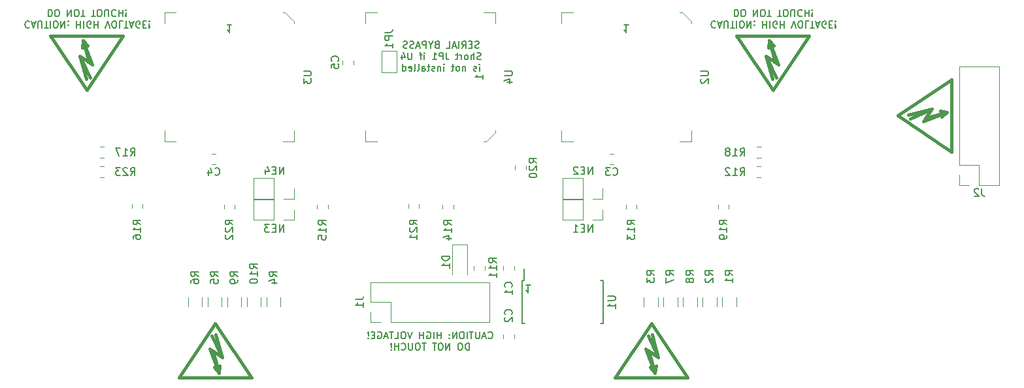
<source format=gbr>
G04 #@! TF.GenerationSoftware,KiCad,Pcbnew,(5.1.0-0)*
G04 #@! TF.CreationDate,2019-05-10T01:21:28-05:00*
G04 #@! TF.ProjectId,IN-16,494e2d31-362e-46b6-9963-61645f706362,rev?*
G04 #@! TF.SameCoordinates,Original*
G04 #@! TF.FileFunction,Legend,Bot*
G04 #@! TF.FilePolarity,Positive*
%FSLAX46Y46*%
G04 Gerber Fmt 4.6, Leading zero omitted, Abs format (unit mm)*
G04 Created by KiCad (PCBNEW (5.1.0-0)) date 2019-05-10 01:21:28*
%MOMM*%
%LPD*%
G04 APERTURE LIST*
%ADD10C,0.152400*%
%ADD11C,0.150000*%
%ADD12C,0.381000*%
%ADD13C,0.120000*%
G04 APERTURE END LIST*
D10*
X155028900Y-82541533D02*
X154901900Y-82583866D01*
X154690233Y-82583866D01*
X154605566Y-82541533D01*
X154563233Y-82499200D01*
X154520900Y-82414533D01*
X154520900Y-82329866D01*
X154563233Y-82245200D01*
X154605566Y-82202866D01*
X154690233Y-82160533D01*
X154859566Y-82118200D01*
X154944233Y-82075866D01*
X154986566Y-82033533D01*
X155028900Y-81948866D01*
X155028900Y-81864200D01*
X154986566Y-81779533D01*
X154944233Y-81737200D01*
X154859566Y-81694866D01*
X154647900Y-81694866D01*
X154520900Y-81737200D01*
X154139900Y-82118200D02*
X153843566Y-82118200D01*
X153716566Y-82583866D02*
X154139900Y-82583866D01*
X154139900Y-81694866D01*
X153716566Y-81694866D01*
X152827566Y-82583866D02*
X153123900Y-82160533D01*
X153335566Y-82583866D02*
X153335566Y-81694866D01*
X152996900Y-81694866D01*
X152912233Y-81737200D01*
X152869900Y-81779533D01*
X152827566Y-81864200D01*
X152827566Y-81991200D01*
X152869900Y-82075866D01*
X152912233Y-82118200D01*
X152996900Y-82160533D01*
X153335566Y-82160533D01*
X152446566Y-82583866D02*
X152446566Y-81694866D01*
X152065566Y-82329866D02*
X151642233Y-82329866D01*
X152150233Y-82583866D02*
X151853900Y-81694866D01*
X151557566Y-82583866D01*
X150837900Y-82583866D02*
X151261233Y-82583866D01*
X151261233Y-81694866D01*
X149567900Y-82118200D02*
X149440900Y-82160533D01*
X149398566Y-82202866D01*
X149356233Y-82287533D01*
X149356233Y-82414533D01*
X149398566Y-82499200D01*
X149440900Y-82541533D01*
X149525566Y-82583866D01*
X149864233Y-82583866D01*
X149864233Y-81694866D01*
X149567900Y-81694866D01*
X149483233Y-81737200D01*
X149440900Y-81779533D01*
X149398566Y-81864200D01*
X149398566Y-81948866D01*
X149440900Y-82033533D01*
X149483233Y-82075866D01*
X149567900Y-82118200D01*
X149864233Y-82118200D01*
X148805900Y-82160533D02*
X148805900Y-82583866D01*
X149102233Y-81694866D02*
X148805900Y-82160533D01*
X148509566Y-81694866D01*
X148213233Y-82583866D02*
X148213233Y-81694866D01*
X147874566Y-81694866D01*
X147789900Y-81737200D01*
X147747566Y-81779533D01*
X147705233Y-81864200D01*
X147705233Y-81991200D01*
X147747566Y-82075866D01*
X147789900Y-82118200D01*
X147874566Y-82160533D01*
X148213233Y-82160533D01*
X147366566Y-82329866D02*
X146943233Y-82329866D01*
X147451233Y-82583866D02*
X147154900Y-81694866D01*
X146858566Y-82583866D01*
X146604566Y-82541533D02*
X146477566Y-82583866D01*
X146265900Y-82583866D01*
X146181233Y-82541533D01*
X146138900Y-82499200D01*
X146096566Y-82414533D01*
X146096566Y-82329866D01*
X146138900Y-82245200D01*
X146181233Y-82202866D01*
X146265900Y-82160533D01*
X146435233Y-82118200D01*
X146519900Y-82075866D01*
X146562233Y-82033533D01*
X146604566Y-81948866D01*
X146604566Y-81864200D01*
X146562233Y-81779533D01*
X146519900Y-81737200D01*
X146435233Y-81694866D01*
X146223566Y-81694866D01*
X146096566Y-81737200D01*
X145757900Y-82541533D02*
X145630900Y-82583866D01*
X145419233Y-82583866D01*
X145334566Y-82541533D01*
X145292233Y-82499200D01*
X145249900Y-82414533D01*
X145249900Y-82329866D01*
X145292233Y-82245200D01*
X145334566Y-82202866D01*
X145419233Y-82160533D01*
X145588566Y-82118200D01*
X145673233Y-82075866D01*
X145715566Y-82033533D01*
X145757900Y-81948866D01*
X145757900Y-81864200D01*
X145715566Y-81779533D01*
X145673233Y-81737200D01*
X145588566Y-81694866D01*
X145376900Y-81694866D01*
X145249900Y-81737200D01*
X155304066Y-84027433D02*
X155177066Y-84069766D01*
X154965400Y-84069766D01*
X154880733Y-84027433D01*
X154838400Y-83985100D01*
X154796066Y-83900433D01*
X154796066Y-83815766D01*
X154838400Y-83731100D01*
X154880733Y-83688766D01*
X154965400Y-83646433D01*
X155134733Y-83604100D01*
X155219400Y-83561766D01*
X155261733Y-83519433D01*
X155304066Y-83434766D01*
X155304066Y-83350100D01*
X155261733Y-83265433D01*
X155219400Y-83223100D01*
X155134733Y-83180766D01*
X154923066Y-83180766D01*
X154796066Y-83223100D01*
X154415066Y-84069766D02*
X154415066Y-83180766D01*
X154034066Y-84069766D02*
X154034066Y-83604100D01*
X154076400Y-83519433D01*
X154161066Y-83477100D01*
X154288066Y-83477100D01*
X154372733Y-83519433D01*
X154415066Y-83561766D01*
X153483733Y-84069766D02*
X153568400Y-84027433D01*
X153610733Y-83985100D01*
X153653066Y-83900433D01*
X153653066Y-83646433D01*
X153610733Y-83561766D01*
X153568400Y-83519433D01*
X153483733Y-83477100D01*
X153356733Y-83477100D01*
X153272066Y-83519433D01*
X153229733Y-83561766D01*
X153187400Y-83646433D01*
X153187400Y-83900433D01*
X153229733Y-83985100D01*
X153272066Y-84027433D01*
X153356733Y-84069766D01*
X153483733Y-84069766D01*
X152806400Y-84069766D02*
X152806400Y-83477100D01*
X152806400Y-83646433D02*
X152764066Y-83561766D01*
X152721733Y-83519433D01*
X152637066Y-83477100D01*
X152552400Y-83477100D01*
X152383066Y-83477100D02*
X152044400Y-83477100D01*
X152256066Y-83180766D02*
X152256066Y-83942766D01*
X152213733Y-84027433D01*
X152129066Y-84069766D01*
X152044400Y-84069766D01*
X150816733Y-83180766D02*
X150816733Y-83815766D01*
X150859066Y-83942766D01*
X150943733Y-84027433D01*
X151070733Y-84069766D01*
X151155400Y-84069766D01*
X150393400Y-84069766D02*
X150393400Y-83180766D01*
X150054733Y-83180766D01*
X149970066Y-83223100D01*
X149927733Y-83265433D01*
X149885400Y-83350100D01*
X149885400Y-83477100D01*
X149927733Y-83561766D01*
X149970066Y-83604100D01*
X150054733Y-83646433D01*
X150393400Y-83646433D01*
X149038733Y-84069766D02*
X149546733Y-84069766D01*
X149292733Y-84069766D02*
X149292733Y-83180766D01*
X149377400Y-83307766D01*
X149462066Y-83392433D01*
X149546733Y-83434766D01*
X147980400Y-84069766D02*
X147980400Y-83477100D01*
X147980400Y-83180766D02*
X148022733Y-83223100D01*
X147980400Y-83265433D01*
X147938066Y-83223100D01*
X147980400Y-83180766D01*
X147980400Y-83265433D01*
X147684066Y-83477100D02*
X147345400Y-83477100D01*
X147557066Y-84069766D02*
X147557066Y-83307766D01*
X147514733Y-83223100D01*
X147430066Y-83180766D01*
X147345400Y-83180766D01*
X146371733Y-83180766D02*
X146371733Y-83900433D01*
X146329400Y-83985100D01*
X146287066Y-84027433D01*
X146202400Y-84069766D01*
X146033066Y-84069766D01*
X145948400Y-84027433D01*
X145906066Y-83985100D01*
X145863733Y-83900433D01*
X145863733Y-83180766D01*
X145059400Y-83477100D02*
X145059400Y-84069766D01*
X145271066Y-83138433D02*
X145482733Y-83773433D01*
X144932400Y-83773433D01*
X155113566Y-85555666D02*
X155113566Y-84963000D01*
X155113566Y-84666666D02*
X155155900Y-84709000D01*
X155113566Y-84751333D01*
X155071233Y-84709000D01*
X155113566Y-84666666D01*
X155113566Y-84751333D01*
X154732566Y-85513333D02*
X154647900Y-85555666D01*
X154478566Y-85555666D01*
X154393900Y-85513333D01*
X154351566Y-85428666D01*
X154351566Y-85386333D01*
X154393900Y-85301666D01*
X154478566Y-85259333D01*
X154605566Y-85259333D01*
X154690233Y-85217000D01*
X154732566Y-85132333D01*
X154732566Y-85090000D01*
X154690233Y-85005333D01*
X154605566Y-84963000D01*
X154478566Y-84963000D01*
X154393900Y-85005333D01*
X153293233Y-84963000D02*
X153293233Y-85555666D01*
X153293233Y-85047666D02*
X153250900Y-85005333D01*
X153166233Y-84963000D01*
X153039233Y-84963000D01*
X152954566Y-85005333D01*
X152912233Y-85090000D01*
X152912233Y-85555666D01*
X152361900Y-85555666D02*
X152446566Y-85513333D01*
X152488900Y-85471000D01*
X152531233Y-85386333D01*
X152531233Y-85132333D01*
X152488900Y-85047666D01*
X152446566Y-85005333D01*
X152361900Y-84963000D01*
X152234900Y-84963000D01*
X152150233Y-85005333D01*
X152107900Y-85047666D01*
X152065566Y-85132333D01*
X152065566Y-85386333D01*
X152107900Y-85471000D01*
X152150233Y-85513333D01*
X152234900Y-85555666D01*
X152361900Y-85555666D01*
X151811566Y-84963000D02*
X151472900Y-84963000D01*
X151684566Y-84666666D02*
X151684566Y-85428666D01*
X151642233Y-85513333D01*
X151557566Y-85555666D01*
X151472900Y-85555666D01*
X150499233Y-85555666D02*
X150499233Y-84963000D01*
X150499233Y-84666666D02*
X150541566Y-84709000D01*
X150499233Y-84751333D01*
X150456900Y-84709000D01*
X150499233Y-84666666D01*
X150499233Y-84751333D01*
X150075900Y-84963000D02*
X150075900Y-85555666D01*
X150075900Y-85047666D02*
X150033566Y-85005333D01*
X149948900Y-84963000D01*
X149821900Y-84963000D01*
X149737233Y-85005333D01*
X149694900Y-85090000D01*
X149694900Y-85555666D01*
X149313900Y-85513333D02*
X149229233Y-85555666D01*
X149059900Y-85555666D01*
X148975233Y-85513333D01*
X148932900Y-85428666D01*
X148932900Y-85386333D01*
X148975233Y-85301666D01*
X149059900Y-85259333D01*
X149186900Y-85259333D01*
X149271566Y-85217000D01*
X149313900Y-85132333D01*
X149313900Y-85090000D01*
X149271566Y-85005333D01*
X149186900Y-84963000D01*
X149059900Y-84963000D01*
X148975233Y-85005333D01*
X148678900Y-84963000D02*
X148340233Y-84963000D01*
X148551900Y-84666666D02*
X148551900Y-85428666D01*
X148509566Y-85513333D01*
X148424900Y-85555666D01*
X148340233Y-85555666D01*
X147662900Y-85555666D02*
X147662900Y-85090000D01*
X147705233Y-85005333D01*
X147789900Y-84963000D01*
X147959233Y-84963000D01*
X148043900Y-85005333D01*
X147662900Y-85513333D02*
X147747566Y-85555666D01*
X147959233Y-85555666D01*
X148043900Y-85513333D01*
X148086233Y-85428666D01*
X148086233Y-85344000D01*
X148043900Y-85259333D01*
X147959233Y-85217000D01*
X147747566Y-85217000D01*
X147662900Y-85174666D01*
X147112566Y-85555666D02*
X147197233Y-85513333D01*
X147239566Y-85428666D01*
X147239566Y-84666666D01*
X146646900Y-85555666D02*
X146731566Y-85513333D01*
X146773900Y-85428666D01*
X146773900Y-84666666D01*
X145969566Y-85513333D02*
X146054233Y-85555666D01*
X146223566Y-85555666D01*
X146308233Y-85513333D01*
X146350566Y-85428666D01*
X146350566Y-85090000D01*
X146308233Y-85005333D01*
X146223566Y-84963000D01*
X146054233Y-84963000D01*
X145969566Y-85005333D01*
X145927233Y-85090000D01*
X145927233Y-85174666D01*
X146350566Y-85259333D01*
X145165233Y-85555666D02*
X145165233Y-84666666D01*
X145165233Y-85513333D02*
X145249900Y-85555666D01*
X145419233Y-85555666D01*
X145503900Y-85513333D01*
X145546233Y-85471000D01*
X145588566Y-85386333D01*
X145588566Y-85132333D01*
X145546233Y-85047666D01*
X145503900Y-85005333D01*
X145419233Y-84963000D01*
X145249900Y-84963000D01*
X145165233Y-85005333D01*
X96778233Y-79140050D02*
X96735900Y-79097716D01*
X96608900Y-79055383D01*
X96524233Y-79055383D01*
X96397233Y-79097716D01*
X96312566Y-79182383D01*
X96270233Y-79267050D01*
X96227900Y-79436383D01*
X96227900Y-79563383D01*
X96270233Y-79732716D01*
X96312566Y-79817383D01*
X96397233Y-79902050D01*
X96524233Y-79944383D01*
X96608900Y-79944383D01*
X96735900Y-79902050D01*
X96778233Y-79859716D01*
X97116900Y-79309383D02*
X97540233Y-79309383D01*
X97032233Y-79055383D02*
X97328566Y-79944383D01*
X97624900Y-79055383D01*
X97921233Y-79944383D02*
X97921233Y-79224716D01*
X97963566Y-79140050D01*
X98005900Y-79097716D01*
X98090566Y-79055383D01*
X98259900Y-79055383D01*
X98344566Y-79097716D01*
X98386900Y-79140050D01*
X98429233Y-79224716D01*
X98429233Y-79944383D01*
X98725566Y-79944383D02*
X99233566Y-79944383D01*
X98979566Y-79055383D02*
X98979566Y-79944383D01*
X99529900Y-79055383D02*
X99529900Y-79944383D01*
X100122566Y-79944383D02*
X100291900Y-79944383D01*
X100376566Y-79902050D01*
X100461233Y-79817383D01*
X100503566Y-79648050D01*
X100503566Y-79351716D01*
X100461233Y-79182383D01*
X100376566Y-79097716D01*
X100291900Y-79055383D01*
X100122566Y-79055383D01*
X100037900Y-79097716D01*
X99953233Y-79182383D01*
X99910900Y-79351716D01*
X99910900Y-79648050D01*
X99953233Y-79817383D01*
X100037900Y-79902050D01*
X100122566Y-79944383D01*
X100884566Y-79055383D02*
X100884566Y-79944383D01*
X101392566Y-79055383D01*
X101392566Y-79944383D01*
X101815900Y-79140050D02*
X101858233Y-79097716D01*
X101815900Y-79055383D01*
X101773566Y-79097716D01*
X101815900Y-79140050D01*
X101815900Y-79055383D01*
X101815900Y-79605716D02*
X101858233Y-79563383D01*
X101815900Y-79521050D01*
X101773566Y-79563383D01*
X101815900Y-79605716D01*
X101815900Y-79521050D01*
X102916566Y-79055383D02*
X102916566Y-79944383D01*
X102916566Y-79521050D02*
X103424566Y-79521050D01*
X103424566Y-79055383D02*
X103424566Y-79944383D01*
X103847900Y-79055383D02*
X103847900Y-79944383D01*
X104736900Y-79902050D02*
X104652233Y-79944383D01*
X104525233Y-79944383D01*
X104398233Y-79902050D01*
X104313566Y-79817383D01*
X104271233Y-79732716D01*
X104228900Y-79563383D01*
X104228900Y-79436383D01*
X104271233Y-79267050D01*
X104313566Y-79182383D01*
X104398233Y-79097716D01*
X104525233Y-79055383D01*
X104609900Y-79055383D01*
X104736900Y-79097716D01*
X104779233Y-79140050D01*
X104779233Y-79436383D01*
X104609900Y-79436383D01*
X105160233Y-79055383D02*
X105160233Y-79944383D01*
X105160233Y-79521050D02*
X105668233Y-79521050D01*
X105668233Y-79055383D02*
X105668233Y-79944383D01*
X106641900Y-79944383D02*
X106938233Y-79055383D01*
X107234566Y-79944383D01*
X107700233Y-79944383D02*
X107869566Y-79944383D01*
X107954233Y-79902050D01*
X108038900Y-79817383D01*
X108081233Y-79648050D01*
X108081233Y-79351716D01*
X108038900Y-79182383D01*
X107954233Y-79097716D01*
X107869566Y-79055383D01*
X107700233Y-79055383D01*
X107615566Y-79097716D01*
X107530900Y-79182383D01*
X107488566Y-79351716D01*
X107488566Y-79648050D01*
X107530900Y-79817383D01*
X107615566Y-79902050D01*
X107700233Y-79944383D01*
X108885566Y-79055383D02*
X108462233Y-79055383D01*
X108462233Y-79944383D01*
X109054900Y-79944383D02*
X109562900Y-79944383D01*
X109308900Y-79055383D02*
X109308900Y-79944383D01*
X109816900Y-79309383D02*
X110240233Y-79309383D01*
X109732233Y-79055383D02*
X110028566Y-79944383D01*
X110324900Y-79055383D01*
X111086900Y-79902050D02*
X111002233Y-79944383D01*
X110875233Y-79944383D01*
X110748233Y-79902050D01*
X110663566Y-79817383D01*
X110621233Y-79732716D01*
X110578900Y-79563383D01*
X110578900Y-79436383D01*
X110621233Y-79267050D01*
X110663566Y-79182383D01*
X110748233Y-79097716D01*
X110875233Y-79055383D01*
X110959900Y-79055383D01*
X111086900Y-79097716D01*
X111129233Y-79140050D01*
X111129233Y-79436383D01*
X110959900Y-79436383D01*
X111510233Y-79521050D02*
X111806566Y-79521050D01*
X111933566Y-79055383D02*
X111510233Y-79055383D01*
X111510233Y-79944383D01*
X111933566Y-79944383D01*
X112314566Y-79140050D02*
X112356900Y-79097716D01*
X112314566Y-79055383D01*
X112272233Y-79097716D01*
X112314566Y-79140050D01*
X112314566Y-79055383D01*
X112314566Y-79394050D02*
X112272233Y-79902050D01*
X112314566Y-79944383D01*
X112356900Y-79902050D01*
X112314566Y-79394050D01*
X112314566Y-79944383D01*
X99254733Y-77569483D02*
X99254733Y-78458483D01*
X99466400Y-78458483D01*
X99593400Y-78416150D01*
X99678066Y-78331483D01*
X99720400Y-78246816D01*
X99762733Y-78077483D01*
X99762733Y-77950483D01*
X99720400Y-77781150D01*
X99678066Y-77696483D01*
X99593400Y-77611816D01*
X99466400Y-77569483D01*
X99254733Y-77569483D01*
X100313066Y-78458483D02*
X100482400Y-78458483D01*
X100567066Y-78416150D01*
X100651733Y-78331483D01*
X100694066Y-78162150D01*
X100694066Y-77865816D01*
X100651733Y-77696483D01*
X100567066Y-77611816D01*
X100482400Y-77569483D01*
X100313066Y-77569483D01*
X100228400Y-77611816D01*
X100143733Y-77696483D01*
X100101400Y-77865816D01*
X100101400Y-78162150D01*
X100143733Y-78331483D01*
X100228400Y-78416150D01*
X100313066Y-78458483D01*
X101752400Y-77569483D02*
X101752400Y-78458483D01*
X102260400Y-77569483D01*
X102260400Y-78458483D01*
X102853066Y-78458483D02*
X103022400Y-78458483D01*
X103107066Y-78416150D01*
X103191733Y-78331483D01*
X103234066Y-78162150D01*
X103234066Y-77865816D01*
X103191733Y-77696483D01*
X103107066Y-77611816D01*
X103022400Y-77569483D01*
X102853066Y-77569483D01*
X102768400Y-77611816D01*
X102683733Y-77696483D01*
X102641400Y-77865816D01*
X102641400Y-78162150D01*
X102683733Y-78331483D01*
X102768400Y-78416150D01*
X102853066Y-78458483D01*
X103488066Y-78458483D02*
X103996066Y-78458483D01*
X103742066Y-77569483D02*
X103742066Y-78458483D01*
X104842733Y-78458483D02*
X105350733Y-78458483D01*
X105096733Y-77569483D02*
X105096733Y-78458483D01*
X105816400Y-78458483D02*
X105985733Y-78458483D01*
X106070400Y-78416150D01*
X106155066Y-78331483D01*
X106197400Y-78162150D01*
X106197400Y-77865816D01*
X106155066Y-77696483D01*
X106070400Y-77611816D01*
X105985733Y-77569483D01*
X105816400Y-77569483D01*
X105731733Y-77611816D01*
X105647066Y-77696483D01*
X105604733Y-77865816D01*
X105604733Y-78162150D01*
X105647066Y-78331483D01*
X105731733Y-78416150D01*
X105816400Y-78458483D01*
X106578400Y-78458483D02*
X106578400Y-77738816D01*
X106620733Y-77654150D01*
X106663066Y-77611816D01*
X106747733Y-77569483D01*
X106917066Y-77569483D01*
X107001733Y-77611816D01*
X107044066Y-77654150D01*
X107086400Y-77738816D01*
X107086400Y-78458483D01*
X108017733Y-77654150D02*
X107975400Y-77611816D01*
X107848400Y-77569483D01*
X107763733Y-77569483D01*
X107636733Y-77611816D01*
X107552066Y-77696483D01*
X107509733Y-77781150D01*
X107467400Y-77950483D01*
X107467400Y-78077483D01*
X107509733Y-78246816D01*
X107552066Y-78331483D01*
X107636733Y-78416150D01*
X107763733Y-78458483D01*
X107848400Y-78458483D01*
X107975400Y-78416150D01*
X108017733Y-78373816D01*
X108398733Y-77569483D02*
X108398733Y-78458483D01*
X108398733Y-78035150D02*
X108906733Y-78035150D01*
X108906733Y-77569483D02*
X108906733Y-78458483D01*
X109330066Y-77654150D02*
X109372400Y-77611816D01*
X109330066Y-77569483D01*
X109287733Y-77611816D01*
X109330066Y-77654150D01*
X109330066Y-77569483D01*
X109330066Y-77908150D02*
X109287733Y-78416150D01*
X109330066Y-78458483D01*
X109372400Y-78416150D01*
X109330066Y-77908150D01*
X109330066Y-78458483D01*
D11*
X155544780Y-86620314D02*
X155544780Y-86048885D01*
X155544780Y-86334600D02*
X154544780Y-86334600D01*
X154687638Y-86239361D01*
X154782876Y-86144123D01*
X154830495Y-86048885D01*
D10*
X185678233Y-79140050D02*
X185635900Y-79097716D01*
X185508900Y-79055383D01*
X185424233Y-79055383D01*
X185297233Y-79097716D01*
X185212566Y-79182383D01*
X185170233Y-79267050D01*
X185127900Y-79436383D01*
X185127900Y-79563383D01*
X185170233Y-79732716D01*
X185212566Y-79817383D01*
X185297233Y-79902050D01*
X185424233Y-79944383D01*
X185508900Y-79944383D01*
X185635900Y-79902050D01*
X185678233Y-79859716D01*
X186016900Y-79309383D02*
X186440233Y-79309383D01*
X185932233Y-79055383D02*
X186228566Y-79944383D01*
X186524900Y-79055383D01*
X186821233Y-79944383D02*
X186821233Y-79224716D01*
X186863566Y-79140050D01*
X186905900Y-79097716D01*
X186990566Y-79055383D01*
X187159900Y-79055383D01*
X187244566Y-79097716D01*
X187286900Y-79140050D01*
X187329233Y-79224716D01*
X187329233Y-79944383D01*
X187625566Y-79944383D02*
X188133566Y-79944383D01*
X187879566Y-79055383D02*
X187879566Y-79944383D01*
X188429900Y-79055383D02*
X188429900Y-79944383D01*
X189022566Y-79944383D02*
X189191900Y-79944383D01*
X189276566Y-79902050D01*
X189361233Y-79817383D01*
X189403566Y-79648050D01*
X189403566Y-79351716D01*
X189361233Y-79182383D01*
X189276566Y-79097716D01*
X189191900Y-79055383D01*
X189022566Y-79055383D01*
X188937900Y-79097716D01*
X188853233Y-79182383D01*
X188810900Y-79351716D01*
X188810900Y-79648050D01*
X188853233Y-79817383D01*
X188937900Y-79902050D01*
X189022566Y-79944383D01*
X189784566Y-79055383D02*
X189784566Y-79944383D01*
X190292566Y-79055383D01*
X190292566Y-79944383D01*
X190715900Y-79140050D02*
X190758233Y-79097716D01*
X190715900Y-79055383D01*
X190673566Y-79097716D01*
X190715900Y-79140050D01*
X190715900Y-79055383D01*
X190715900Y-79605716D02*
X190758233Y-79563383D01*
X190715900Y-79521050D01*
X190673566Y-79563383D01*
X190715900Y-79605716D01*
X190715900Y-79521050D01*
X191816566Y-79055383D02*
X191816566Y-79944383D01*
X191816566Y-79521050D02*
X192324566Y-79521050D01*
X192324566Y-79055383D02*
X192324566Y-79944383D01*
X192747900Y-79055383D02*
X192747900Y-79944383D01*
X193636900Y-79902050D02*
X193552233Y-79944383D01*
X193425233Y-79944383D01*
X193298233Y-79902050D01*
X193213566Y-79817383D01*
X193171233Y-79732716D01*
X193128900Y-79563383D01*
X193128900Y-79436383D01*
X193171233Y-79267050D01*
X193213566Y-79182383D01*
X193298233Y-79097716D01*
X193425233Y-79055383D01*
X193509900Y-79055383D01*
X193636900Y-79097716D01*
X193679233Y-79140050D01*
X193679233Y-79436383D01*
X193509900Y-79436383D01*
X194060233Y-79055383D02*
X194060233Y-79944383D01*
X194060233Y-79521050D02*
X194568233Y-79521050D01*
X194568233Y-79055383D02*
X194568233Y-79944383D01*
X195541900Y-79944383D02*
X195838233Y-79055383D01*
X196134566Y-79944383D01*
X196600233Y-79944383D02*
X196769566Y-79944383D01*
X196854233Y-79902050D01*
X196938900Y-79817383D01*
X196981233Y-79648050D01*
X196981233Y-79351716D01*
X196938900Y-79182383D01*
X196854233Y-79097716D01*
X196769566Y-79055383D01*
X196600233Y-79055383D01*
X196515566Y-79097716D01*
X196430900Y-79182383D01*
X196388566Y-79351716D01*
X196388566Y-79648050D01*
X196430900Y-79817383D01*
X196515566Y-79902050D01*
X196600233Y-79944383D01*
X197785566Y-79055383D02*
X197362233Y-79055383D01*
X197362233Y-79944383D01*
X197954900Y-79944383D02*
X198462900Y-79944383D01*
X198208900Y-79055383D02*
X198208900Y-79944383D01*
X198716900Y-79309383D02*
X199140233Y-79309383D01*
X198632233Y-79055383D02*
X198928566Y-79944383D01*
X199224900Y-79055383D01*
X199986900Y-79902050D02*
X199902233Y-79944383D01*
X199775233Y-79944383D01*
X199648233Y-79902050D01*
X199563566Y-79817383D01*
X199521233Y-79732716D01*
X199478900Y-79563383D01*
X199478900Y-79436383D01*
X199521233Y-79267050D01*
X199563566Y-79182383D01*
X199648233Y-79097716D01*
X199775233Y-79055383D01*
X199859900Y-79055383D01*
X199986900Y-79097716D01*
X200029233Y-79140050D01*
X200029233Y-79436383D01*
X199859900Y-79436383D01*
X200410233Y-79521050D02*
X200706566Y-79521050D01*
X200833566Y-79055383D02*
X200410233Y-79055383D01*
X200410233Y-79944383D01*
X200833566Y-79944383D01*
X201214566Y-79140050D02*
X201256900Y-79097716D01*
X201214566Y-79055383D01*
X201172233Y-79097716D01*
X201214566Y-79140050D01*
X201214566Y-79055383D01*
X201214566Y-79394050D02*
X201172233Y-79902050D01*
X201214566Y-79944383D01*
X201256900Y-79902050D01*
X201214566Y-79394050D01*
X201214566Y-79944383D01*
X188154733Y-77569483D02*
X188154733Y-78458483D01*
X188366400Y-78458483D01*
X188493400Y-78416150D01*
X188578066Y-78331483D01*
X188620400Y-78246816D01*
X188662733Y-78077483D01*
X188662733Y-77950483D01*
X188620400Y-77781150D01*
X188578066Y-77696483D01*
X188493400Y-77611816D01*
X188366400Y-77569483D01*
X188154733Y-77569483D01*
X189213066Y-78458483D02*
X189382400Y-78458483D01*
X189467066Y-78416150D01*
X189551733Y-78331483D01*
X189594066Y-78162150D01*
X189594066Y-77865816D01*
X189551733Y-77696483D01*
X189467066Y-77611816D01*
X189382400Y-77569483D01*
X189213066Y-77569483D01*
X189128400Y-77611816D01*
X189043733Y-77696483D01*
X189001400Y-77865816D01*
X189001400Y-78162150D01*
X189043733Y-78331483D01*
X189128400Y-78416150D01*
X189213066Y-78458483D01*
X190652400Y-77569483D02*
X190652400Y-78458483D01*
X191160400Y-77569483D01*
X191160400Y-78458483D01*
X191753066Y-78458483D02*
X191922400Y-78458483D01*
X192007066Y-78416150D01*
X192091733Y-78331483D01*
X192134066Y-78162150D01*
X192134066Y-77865816D01*
X192091733Y-77696483D01*
X192007066Y-77611816D01*
X191922400Y-77569483D01*
X191753066Y-77569483D01*
X191668400Y-77611816D01*
X191583733Y-77696483D01*
X191541400Y-77865816D01*
X191541400Y-78162150D01*
X191583733Y-78331483D01*
X191668400Y-78416150D01*
X191753066Y-78458483D01*
X192388066Y-78458483D02*
X192896066Y-78458483D01*
X192642066Y-77569483D02*
X192642066Y-78458483D01*
X193742733Y-78458483D02*
X194250733Y-78458483D01*
X193996733Y-77569483D02*
X193996733Y-78458483D01*
X194716400Y-78458483D02*
X194885733Y-78458483D01*
X194970400Y-78416150D01*
X195055066Y-78331483D01*
X195097400Y-78162150D01*
X195097400Y-77865816D01*
X195055066Y-77696483D01*
X194970400Y-77611816D01*
X194885733Y-77569483D01*
X194716400Y-77569483D01*
X194631733Y-77611816D01*
X194547066Y-77696483D01*
X194504733Y-77865816D01*
X194504733Y-78162150D01*
X194547066Y-78331483D01*
X194631733Y-78416150D01*
X194716400Y-78458483D01*
X195478400Y-78458483D02*
X195478400Y-77738816D01*
X195520733Y-77654150D01*
X195563066Y-77611816D01*
X195647733Y-77569483D01*
X195817066Y-77569483D01*
X195901733Y-77611816D01*
X195944066Y-77654150D01*
X195986400Y-77738816D01*
X195986400Y-78458483D01*
X196917733Y-77654150D02*
X196875400Y-77611816D01*
X196748400Y-77569483D01*
X196663733Y-77569483D01*
X196536733Y-77611816D01*
X196452066Y-77696483D01*
X196409733Y-77781150D01*
X196367400Y-77950483D01*
X196367400Y-78077483D01*
X196409733Y-78246816D01*
X196452066Y-78331483D01*
X196536733Y-78416150D01*
X196663733Y-78458483D01*
X196748400Y-78458483D01*
X196875400Y-78416150D01*
X196917733Y-78373816D01*
X197298733Y-77569483D02*
X197298733Y-78458483D01*
X197298733Y-78035150D02*
X197806733Y-78035150D01*
X197806733Y-77569483D02*
X197806733Y-78458483D01*
X198230066Y-77654150D02*
X198272400Y-77611816D01*
X198230066Y-77569483D01*
X198187733Y-77611816D01*
X198230066Y-77654150D01*
X198230066Y-77569483D01*
X198230066Y-77908150D02*
X198187733Y-78416150D01*
X198230066Y-78458483D01*
X198272400Y-78416150D01*
X198230066Y-77908150D01*
X198230066Y-78458483D01*
X156256566Y-120199150D02*
X156298900Y-120241483D01*
X156425900Y-120283816D01*
X156510566Y-120283816D01*
X156637566Y-120241483D01*
X156722233Y-120156816D01*
X156764566Y-120072150D01*
X156806900Y-119902816D01*
X156806900Y-119775816D01*
X156764566Y-119606483D01*
X156722233Y-119521816D01*
X156637566Y-119437150D01*
X156510566Y-119394816D01*
X156425900Y-119394816D01*
X156298900Y-119437150D01*
X156256566Y-119479483D01*
X155917900Y-120029816D02*
X155494566Y-120029816D01*
X156002566Y-120283816D02*
X155706233Y-119394816D01*
X155409900Y-120283816D01*
X155113566Y-119394816D02*
X155113566Y-120114483D01*
X155071233Y-120199150D01*
X155028900Y-120241483D01*
X154944233Y-120283816D01*
X154774900Y-120283816D01*
X154690233Y-120241483D01*
X154647900Y-120199150D01*
X154605566Y-120114483D01*
X154605566Y-119394816D01*
X154309233Y-119394816D02*
X153801233Y-119394816D01*
X154055233Y-120283816D02*
X154055233Y-119394816D01*
X153504900Y-120283816D02*
X153504900Y-119394816D01*
X152912233Y-119394816D02*
X152742900Y-119394816D01*
X152658233Y-119437150D01*
X152573566Y-119521816D01*
X152531233Y-119691150D01*
X152531233Y-119987483D01*
X152573566Y-120156816D01*
X152658233Y-120241483D01*
X152742900Y-120283816D01*
X152912233Y-120283816D01*
X152996900Y-120241483D01*
X153081566Y-120156816D01*
X153123900Y-119987483D01*
X153123900Y-119691150D01*
X153081566Y-119521816D01*
X152996900Y-119437150D01*
X152912233Y-119394816D01*
X152150233Y-120283816D02*
X152150233Y-119394816D01*
X151642233Y-120283816D01*
X151642233Y-119394816D01*
X151218900Y-120199150D02*
X151176566Y-120241483D01*
X151218900Y-120283816D01*
X151261233Y-120241483D01*
X151218900Y-120199150D01*
X151218900Y-120283816D01*
X151218900Y-119733483D02*
X151176566Y-119775816D01*
X151218900Y-119818150D01*
X151261233Y-119775816D01*
X151218900Y-119733483D01*
X151218900Y-119818150D01*
X150118233Y-120283816D02*
X150118233Y-119394816D01*
X150118233Y-119818150D02*
X149610233Y-119818150D01*
X149610233Y-120283816D02*
X149610233Y-119394816D01*
X149186899Y-120283816D02*
X149186899Y-119394816D01*
X148297899Y-119437150D02*
X148382566Y-119394816D01*
X148509566Y-119394816D01*
X148636566Y-119437150D01*
X148721233Y-119521816D01*
X148763566Y-119606483D01*
X148805899Y-119775816D01*
X148805899Y-119902816D01*
X148763566Y-120072150D01*
X148721233Y-120156816D01*
X148636566Y-120241483D01*
X148509566Y-120283816D01*
X148424899Y-120283816D01*
X148297899Y-120241483D01*
X148255566Y-120199150D01*
X148255566Y-119902816D01*
X148424899Y-119902816D01*
X147874566Y-120283816D02*
X147874566Y-119394816D01*
X147874566Y-119818150D02*
X147366566Y-119818150D01*
X147366566Y-120283816D02*
X147366566Y-119394816D01*
X146392899Y-119394816D02*
X146096566Y-120283816D01*
X145800233Y-119394816D01*
X145334566Y-119394816D02*
X145165233Y-119394816D01*
X145080566Y-119437150D01*
X144995899Y-119521816D01*
X144953566Y-119691150D01*
X144953566Y-119987483D01*
X144995899Y-120156816D01*
X145080566Y-120241483D01*
X145165233Y-120283816D01*
X145334566Y-120283816D01*
X145419233Y-120241483D01*
X145503899Y-120156816D01*
X145546233Y-119987483D01*
X145546233Y-119691150D01*
X145503899Y-119521816D01*
X145419233Y-119437150D01*
X145334566Y-119394816D01*
X144149233Y-120283816D02*
X144572566Y-120283816D01*
X144572566Y-119394816D01*
X143979899Y-119394816D02*
X143471899Y-119394816D01*
X143725899Y-120283816D02*
X143725899Y-119394816D01*
X143217899Y-120029816D02*
X142794566Y-120029816D01*
X143302566Y-120283816D02*
X143006233Y-119394816D01*
X142709899Y-120283816D01*
X141947899Y-119437150D02*
X142032566Y-119394816D01*
X142159566Y-119394816D01*
X142286566Y-119437150D01*
X142371233Y-119521816D01*
X142413566Y-119606483D01*
X142455899Y-119775816D01*
X142455899Y-119902816D01*
X142413566Y-120072150D01*
X142371233Y-120156816D01*
X142286566Y-120241483D01*
X142159566Y-120283816D01*
X142074899Y-120283816D01*
X141947899Y-120241483D01*
X141905566Y-120199150D01*
X141905566Y-119902816D01*
X142074899Y-119902816D01*
X141524566Y-119818150D02*
X141228233Y-119818150D01*
X141101233Y-120283816D02*
X141524566Y-120283816D01*
X141524566Y-119394816D01*
X141101233Y-119394816D01*
X140720233Y-120199150D02*
X140677899Y-120241483D01*
X140720233Y-120283816D01*
X140762566Y-120241483D01*
X140720233Y-120199150D01*
X140720233Y-120283816D01*
X140720233Y-119945150D02*
X140762566Y-119437150D01*
X140720233Y-119394816D01*
X140677899Y-119437150D01*
X140720233Y-119945150D01*
X140720233Y-119394816D01*
X153780066Y-121769716D02*
X153780066Y-120880716D01*
X153568400Y-120880716D01*
X153441400Y-120923050D01*
X153356733Y-121007716D01*
X153314400Y-121092383D01*
X153272066Y-121261716D01*
X153272066Y-121388716D01*
X153314400Y-121558050D01*
X153356733Y-121642716D01*
X153441400Y-121727383D01*
X153568400Y-121769716D01*
X153780066Y-121769716D01*
X152721733Y-120880716D02*
X152552400Y-120880716D01*
X152467733Y-120923050D01*
X152383066Y-121007716D01*
X152340733Y-121177050D01*
X152340733Y-121473383D01*
X152383066Y-121642716D01*
X152467733Y-121727383D01*
X152552400Y-121769716D01*
X152721733Y-121769716D01*
X152806400Y-121727383D01*
X152891066Y-121642716D01*
X152933400Y-121473383D01*
X152933400Y-121177050D01*
X152891066Y-121007716D01*
X152806400Y-120923050D01*
X152721733Y-120880716D01*
X151282400Y-121769716D02*
X151282400Y-120880716D01*
X150774400Y-121769716D01*
X150774400Y-120880716D01*
X150181733Y-120880716D02*
X150012400Y-120880716D01*
X149927733Y-120923050D01*
X149843066Y-121007716D01*
X149800733Y-121177050D01*
X149800733Y-121473383D01*
X149843066Y-121642716D01*
X149927733Y-121727383D01*
X150012400Y-121769716D01*
X150181733Y-121769716D01*
X150266400Y-121727383D01*
X150351066Y-121642716D01*
X150393400Y-121473383D01*
X150393400Y-121177050D01*
X150351066Y-121007716D01*
X150266400Y-120923050D01*
X150181733Y-120880716D01*
X149546733Y-120880716D02*
X149038733Y-120880716D01*
X149292733Y-121769716D02*
X149292733Y-120880716D01*
X148192066Y-120880716D02*
X147684066Y-120880716D01*
X147938066Y-121769716D02*
X147938066Y-120880716D01*
X147218400Y-120880716D02*
X147049066Y-120880716D01*
X146964400Y-120923050D01*
X146879733Y-121007716D01*
X146837400Y-121177050D01*
X146837400Y-121473383D01*
X146879733Y-121642716D01*
X146964400Y-121727383D01*
X147049066Y-121769716D01*
X147218400Y-121769716D01*
X147303066Y-121727383D01*
X147387733Y-121642716D01*
X147430066Y-121473383D01*
X147430066Y-121177050D01*
X147387733Y-121007716D01*
X147303066Y-120923050D01*
X147218400Y-120880716D01*
X146456400Y-120880716D02*
X146456400Y-121600383D01*
X146414066Y-121685050D01*
X146371733Y-121727383D01*
X146287066Y-121769716D01*
X146117733Y-121769716D01*
X146033066Y-121727383D01*
X145990733Y-121685050D01*
X145948400Y-121600383D01*
X145948400Y-120880716D01*
X145017066Y-121685050D02*
X145059400Y-121727383D01*
X145186400Y-121769716D01*
X145271066Y-121769716D01*
X145398066Y-121727383D01*
X145482733Y-121642716D01*
X145525066Y-121558050D01*
X145567400Y-121388716D01*
X145567400Y-121261716D01*
X145525066Y-121092383D01*
X145482733Y-121007716D01*
X145398066Y-120923050D01*
X145271066Y-120880716D01*
X145186400Y-120880716D01*
X145059400Y-120923050D01*
X145017066Y-120965383D01*
X144636066Y-121769716D02*
X144636066Y-120880716D01*
X144636066Y-121304050D02*
X144128066Y-121304050D01*
X144128066Y-121769716D02*
X144128066Y-120880716D01*
X143704733Y-121685050D02*
X143662400Y-121727383D01*
X143704733Y-121769716D01*
X143747066Y-121727383D01*
X143704733Y-121685050D01*
X143704733Y-121769716D01*
X143704733Y-121431050D02*
X143747066Y-120923050D01*
X143704733Y-120880716D01*
X143662400Y-120923050D01*
X143704733Y-121431050D01*
X143704733Y-120880716D01*
D11*
X161728114Y-113314219D02*
X161156685Y-113314219D01*
X161442400Y-113314219D02*
X161442400Y-114314219D01*
X161347161Y-114171361D01*
X161251923Y-114076123D01*
X161156685Y-114028504D01*
X174428114Y-79532219D02*
X173856685Y-79532219D01*
X174142400Y-79532219D02*
X174142400Y-80532219D01*
X174047161Y-80389361D01*
X173951923Y-80294123D01*
X173856685Y-80246504D01*
X122993114Y-79532219D02*
X122421685Y-79532219D01*
X122707400Y-79532219D02*
X122707400Y-80532219D01*
X122612161Y-80389361D01*
X122516923Y-80294123D01*
X122421685Y-80246504D01*
D12*
X216306400Y-86665600D02*
X209321400Y-91364600D01*
X216306400Y-96063600D02*
X216306400Y-86665600D01*
X209321400Y-91364600D02*
X216306400Y-96063600D01*
X215712040Y-90866760D02*
X214812880Y-90765160D01*
X212912960Y-91664320D02*
X215712040Y-90866760D01*
X213713060Y-90465440D02*
X212912960Y-91664320D01*
X210713320Y-91265540D02*
X213713060Y-90465440D01*
X215712040Y-90866760D02*
X215013540Y-91466200D01*
X213713060Y-90465440D02*
X210911440Y-91765920D01*
X212613240Y-92065640D02*
X213012020Y-91466200D01*
X215712040Y-90866760D02*
X212613240Y-92065640D01*
D13*
X217262400Y-100364600D02*
X218592400Y-100364600D01*
X217262400Y-99034600D02*
X217262400Y-100364600D01*
X219862400Y-100364600D02*
X222462400Y-100364600D01*
X219862400Y-97764600D02*
X219862400Y-100364600D01*
X217262400Y-97764600D02*
X219862400Y-97764600D01*
X222462400Y-100364600D02*
X222462400Y-85004600D01*
X217262400Y-97764600D02*
X217262400Y-85004600D01*
X217262400Y-85004600D02*
X222462400Y-85004600D01*
X141037000Y-116840000D02*
X141037000Y-118170000D01*
X141037000Y-118170000D02*
X142367000Y-118170000D01*
X141037000Y-115570000D02*
X143637000Y-115570000D01*
X143637000Y-115570000D02*
X143637000Y-118170000D01*
X143637000Y-118170000D02*
X156397000Y-118170000D01*
X156397000Y-112970000D02*
X156397000Y-118170000D01*
X141037000Y-112970000D02*
X156397000Y-112970000D01*
X141037000Y-112970000D02*
X141037000Y-115570000D01*
X182545500Y-79106718D02*
X182545500Y-79424600D01*
X181370282Y-77931500D02*
X182545500Y-79106718D01*
X181052400Y-77931500D02*
X181370282Y-77931500D01*
X165739300Y-94737700D02*
X165739300Y-93244600D01*
X167232400Y-94737700D02*
X165739300Y-94737700D01*
X182545500Y-94737700D02*
X182545500Y-93244600D01*
X181052400Y-94737700D02*
X182545500Y-94737700D01*
X165739300Y-77931500D02*
X165739300Y-79424600D01*
X167232400Y-77931500D02*
X165739300Y-77931500D01*
D12*
X99543400Y-81000600D02*
X104242400Y-87985600D01*
X108941400Y-81000600D02*
X99543400Y-81000600D01*
X104242400Y-87985600D02*
X108941400Y-81000600D01*
X103744560Y-81594960D02*
X103642960Y-82494120D01*
X104542120Y-84394040D02*
X103744560Y-81594960D01*
X103343240Y-83593940D02*
X104542120Y-84394040D01*
X104143340Y-86593680D02*
X103343240Y-83593940D01*
X103744560Y-81594960D02*
X104344000Y-82293460D01*
X103343240Y-83593940D02*
X104643720Y-86395560D01*
X104943440Y-84693760D02*
X104344000Y-84294980D01*
X103744560Y-81594960D02*
X104943440Y-84693760D01*
X188443400Y-81000600D02*
X193142400Y-87985600D01*
X197841400Y-81000600D02*
X188443400Y-81000600D01*
X193142400Y-87985600D02*
X197841400Y-81000600D01*
X192644560Y-81594960D02*
X192542960Y-82494120D01*
X193442120Y-84394040D02*
X192644560Y-81594960D01*
X192243240Y-83593940D02*
X193442120Y-84394040D01*
X193043340Y-86593680D02*
X192243240Y-83593940D01*
X192644560Y-81594960D02*
X193244000Y-82293460D01*
X192243240Y-83593940D02*
X193543720Y-86395560D01*
X193843440Y-84693760D02*
X193244000Y-84294980D01*
X192644560Y-81594960D02*
X193843440Y-84693760D01*
X125551400Y-125323600D02*
X120852400Y-118338600D01*
X116153400Y-125323600D02*
X125551400Y-125323600D01*
X120852400Y-118338600D02*
X116153400Y-125323600D01*
X121350240Y-124729240D02*
X121451840Y-123830080D01*
X120552680Y-121930160D02*
X121350240Y-124729240D01*
X121751560Y-122730260D02*
X120552680Y-121930160D01*
X120951460Y-119730520D02*
X121751560Y-122730260D01*
X121350240Y-124729240D02*
X120750800Y-124030740D01*
X121751560Y-122730260D02*
X120451080Y-119928640D01*
X120151360Y-121630440D02*
X120750800Y-122029220D01*
X121350240Y-124729240D02*
X120151360Y-121630440D01*
X182066400Y-125323600D02*
X177367400Y-118338600D01*
X172668400Y-125323600D02*
X182066400Y-125323600D01*
X177367400Y-118338600D02*
X172668400Y-125323600D01*
X177865240Y-124729240D02*
X177966840Y-123830080D01*
X177067680Y-121930160D02*
X177865240Y-124729240D01*
X178266560Y-122730260D02*
X177067680Y-121930160D01*
X177466460Y-119730520D02*
X178266560Y-122730260D01*
X177865240Y-124729240D02*
X177265800Y-124030740D01*
X178266560Y-122730260D02*
X176966080Y-119928640D01*
X176666360Y-121630440D02*
X177265800Y-122029220D01*
X177865240Y-124729240D02*
X176666360Y-121630440D01*
D13*
X155970282Y-94737700D02*
X155652400Y-94737700D01*
X157145500Y-93562482D02*
X155970282Y-94737700D01*
X157145500Y-93244600D02*
X157145500Y-93562482D01*
X140339300Y-77931500D02*
X141832400Y-77931500D01*
X140339300Y-79424600D02*
X140339300Y-77931500D01*
X140339300Y-94737700D02*
X141832400Y-94737700D01*
X140339300Y-93244600D02*
X140339300Y-94737700D01*
X157145500Y-77931500D02*
X155652400Y-77931500D01*
X157145500Y-79424600D02*
X157145500Y-77931500D01*
X106455978Y-99363600D02*
X105938822Y-99363600D01*
X106455978Y-97943600D02*
X105938822Y-97943600D01*
X123417400Y-102888522D02*
X123417400Y-103405678D01*
X121997400Y-102888522D02*
X121997400Y-103405678D01*
X147293400Y-102840022D02*
X147293400Y-103357178D01*
X145873400Y-102840022D02*
X145873400Y-103357178D01*
X161136400Y-97838522D02*
X161136400Y-98355678D01*
X159716400Y-97838522D02*
X159716400Y-98355678D01*
X187425400Y-102888522D02*
X187425400Y-103405678D01*
X186005400Y-102888522D02*
X186005400Y-103405678D01*
X191077322Y-95403600D02*
X191594478Y-95403600D01*
X191077322Y-96823600D02*
X191594478Y-96823600D01*
X106455978Y-96823600D02*
X105938822Y-96823600D01*
X106455978Y-95403600D02*
X105938822Y-95403600D01*
X111479400Y-102840022D02*
X111479400Y-103357178D01*
X110059400Y-102840022D02*
X110059400Y-103357178D01*
X135482400Y-102888522D02*
X135482400Y-103405678D01*
X134062400Y-102888522D02*
X134062400Y-103405678D01*
X151738400Y-102888522D02*
X151738400Y-103405678D01*
X150318400Y-102888522D02*
X150318400Y-103405678D01*
X175487400Y-102888522D02*
X175487400Y-103405678D01*
X174067400Y-102888522D02*
X174067400Y-103405678D01*
X191028822Y-97943600D02*
X191545978Y-97943600D01*
X191028822Y-99363600D02*
X191545978Y-99363600D01*
X142408400Y-82902600D02*
X142408400Y-85702600D01*
X142408400Y-85702600D02*
X144408400Y-85702600D01*
X144408400Y-85702600D02*
X144408400Y-82902600D01*
X144408400Y-82902600D02*
X142408400Y-82902600D01*
X138784400Y-84171022D02*
X138784400Y-84688178D01*
X137364400Y-84171022D02*
X137364400Y-84688178D01*
X155802400Y-110841022D02*
X155802400Y-111358178D01*
X154382400Y-110841022D02*
X154382400Y-111358178D01*
X151552400Y-108087600D02*
X151552400Y-111987600D01*
X153552400Y-108087600D02*
X153552400Y-111987600D01*
X151552400Y-108087600D02*
X153552400Y-108087600D01*
X131110500Y-79106718D02*
X131110500Y-79424600D01*
X129935282Y-77931500D02*
X131110500Y-79106718D01*
X129617400Y-77931500D02*
X129935282Y-77931500D01*
X114304300Y-94737700D02*
X114304300Y-93244600D01*
X115797400Y-94737700D02*
X114304300Y-94737700D01*
X131110500Y-94737700D02*
X131110500Y-93244600D01*
X129617400Y-94737700D02*
X131110500Y-94737700D01*
X114304300Y-77931500D02*
X114304300Y-79424600D01*
X115797400Y-77931500D02*
X114304300Y-77931500D01*
X158192400Y-111358178D02*
X158192400Y-110841022D01*
X159612400Y-111358178D02*
X159612400Y-110841022D01*
X159612400Y-119731022D02*
X159612400Y-120248178D01*
X158192400Y-119731022D02*
X158192400Y-120248178D01*
X171978822Y-96292600D02*
X172495978Y-96292600D01*
X171978822Y-97712600D02*
X172495978Y-97712600D01*
X120416822Y-96292600D02*
X120933978Y-96292600D01*
X120416822Y-97712600D02*
X120933978Y-97712600D01*
D11*
X160887400Y-112769600D02*
X160887400Y-111244600D01*
X171162400Y-112769600D02*
X171162400Y-118319600D01*
X160612400Y-112769600D02*
X160612400Y-118319600D01*
X171162400Y-112769600D02*
X170807400Y-112769600D01*
X171162400Y-118319600D02*
X170807400Y-118319600D01*
X160612400Y-118319600D02*
X160967400Y-118319600D01*
X160612400Y-112769600D02*
X160887400Y-112769600D01*
D13*
X126792400Y-114942536D02*
X126792400Y-116146664D01*
X124972400Y-114942536D02*
X124972400Y-116146664D01*
X183307400Y-114942536D02*
X183307400Y-116146664D01*
X181487400Y-114942536D02*
X181487400Y-116146664D01*
X119172400Y-114942536D02*
X119172400Y-116146664D01*
X117352400Y-114942536D02*
X117352400Y-116146664D01*
X121712400Y-114942536D02*
X121712400Y-116146664D01*
X119892400Y-114942536D02*
X119892400Y-116146664D01*
X129332400Y-114942536D02*
X129332400Y-116146664D01*
X127512400Y-114942536D02*
X127512400Y-116146664D01*
X180767400Y-114942536D02*
X180767400Y-116146664D01*
X178947400Y-114942536D02*
X178947400Y-116146664D01*
X124252400Y-114942536D02*
X124252400Y-116146664D01*
X122432400Y-114942536D02*
X122432400Y-116146664D01*
X178227400Y-114942536D02*
X178227400Y-116146664D01*
X176407400Y-114942536D02*
X176407400Y-116146664D01*
X185847400Y-114942536D02*
X185847400Y-116146664D01*
X184027400Y-114942536D02*
X184027400Y-116146664D01*
X188387400Y-114942536D02*
X188387400Y-116146664D01*
X186567400Y-114942536D02*
X186567400Y-116146664D01*
X171072400Y-104890000D02*
X171072400Y-103560000D01*
X169742400Y-104890000D02*
X171072400Y-104890000D01*
X168472400Y-104890000D02*
X168472400Y-102230000D01*
X168472400Y-102230000D02*
X165872400Y-102230000D01*
X168472400Y-104890000D02*
X165872400Y-104890000D01*
X165872400Y-104890000D02*
X165872400Y-102230000D01*
X131072400Y-104890000D02*
X131072400Y-103560000D01*
X129742400Y-104890000D02*
X131072400Y-104890000D01*
X128472400Y-104890000D02*
X128472400Y-102230000D01*
X128472400Y-102230000D02*
X125872400Y-102230000D01*
X128472400Y-104890000D02*
X125872400Y-104890000D01*
X125872400Y-104890000D02*
X125872400Y-102230000D01*
X171072400Y-102144600D02*
X171072400Y-100814600D01*
X169742400Y-102144600D02*
X171072400Y-102144600D01*
X168472400Y-102144600D02*
X168472400Y-99484600D01*
X168472400Y-99484600D02*
X165872400Y-99484600D01*
X168472400Y-102144600D02*
X165872400Y-102144600D01*
X165872400Y-102144600D02*
X165872400Y-99484600D01*
X131072400Y-102144600D02*
X131072400Y-100814600D01*
X129742400Y-102144600D02*
X131072400Y-102144600D01*
X128472400Y-102144600D02*
X128472400Y-99484600D01*
X128472400Y-99484600D02*
X125872400Y-99484600D01*
X128472400Y-102144600D02*
X125872400Y-102144600D01*
X125872400Y-102144600D02*
X125872400Y-99484600D01*
D11*
X220195733Y-100816980D02*
X220195733Y-101531266D01*
X220243352Y-101674123D01*
X220338590Y-101769361D01*
X220481447Y-101816980D01*
X220576685Y-101816980D01*
X219767161Y-100912219D02*
X219719542Y-100864600D01*
X219624304Y-100816980D01*
X219386209Y-100816980D01*
X219290971Y-100864600D01*
X219243352Y-100912219D01*
X219195733Y-101007457D01*
X219195733Y-101102695D01*
X219243352Y-101245552D01*
X219814780Y-101816980D01*
X219195733Y-101816980D01*
X139049380Y-115236666D02*
X139763666Y-115236666D01*
X139906523Y-115189047D01*
X140001761Y-115093809D01*
X140049380Y-114950952D01*
X140049380Y-114855714D01*
X140049380Y-116236666D02*
X140049380Y-115665238D01*
X140049380Y-115950952D02*
X139049380Y-115950952D01*
X139192238Y-115855714D01*
X139287476Y-115760476D01*
X139335095Y-115665238D01*
X183754780Y-85572695D02*
X184564304Y-85572695D01*
X184659542Y-85620314D01*
X184707161Y-85667933D01*
X184754780Y-85763171D01*
X184754780Y-85953647D01*
X184707161Y-86048885D01*
X184659542Y-86096504D01*
X184564304Y-86144123D01*
X183754780Y-86144123D01*
X183850019Y-86572695D02*
X183802400Y-86620314D01*
X183754780Y-86715552D01*
X183754780Y-86953647D01*
X183802400Y-87048885D01*
X183850019Y-87096504D01*
X183945257Y-87144123D01*
X184040495Y-87144123D01*
X184183352Y-87096504D01*
X184754780Y-86525076D01*
X184754780Y-87144123D01*
X158354780Y-85572695D02*
X159164304Y-85572695D01*
X159259542Y-85620314D01*
X159307161Y-85667933D01*
X159354780Y-85763171D01*
X159354780Y-85953647D01*
X159307161Y-86048885D01*
X159259542Y-86096504D01*
X159164304Y-86144123D01*
X158354780Y-86144123D01*
X158688114Y-87048885D02*
X159354780Y-87048885D01*
X158307161Y-86810790D02*
X159021447Y-86572695D01*
X159021447Y-87191742D01*
X109888257Y-99105980D02*
X110221590Y-98629790D01*
X110459685Y-99105980D02*
X110459685Y-98105980D01*
X110078733Y-98105980D01*
X109983495Y-98153600D01*
X109935876Y-98201219D01*
X109888257Y-98296457D01*
X109888257Y-98439314D01*
X109935876Y-98534552D01*
X109983495Y-98582171D01*
X110078733Y-98629790D01*
X110459685Y-98629790D01*
X109507304Y-98201219D02*
X109459685Y-98153600D01*
X109364447Y-98105980D01*
X109126352Y-98105980D01*
X109031114Y-98153600D01*
X108983495Y-98201219D01*
X108935876Y-98296457D01*
X108935876Y-98391695D01*
X108983495Y-98534552D01*
X109554923Y-99105980D01*
X108935876Y-99105980D01*
X108602542Y-98105980D02*
X107983495Y-98105980D01*
X108316828Y-98486933D01*
X108173971Y-98486933D01*
X108078733Y-98534552D01*
X108031114Y-98582171D01*
X107983495Y-98677409D01*
X107983495Y-98915504D01*
X108031114Y-99010742D01*
X108078733Y-99058361D01*
X108173971Y-99105980D01*
X108459685Y-99105980D01*
X108554923Y-99058361D01*
X108602542Y-99010742D01*
X123159780Y-105503742D02*
X122683590Y-105170409D01*
X123159780Y-104932314D02*
X122159780Y-104932314D01*
X122159780Y-105313266D01*
X122207400Y-105408504D01*
X122255019Y-105456123D01*
X122350257Y-105503742D01*
X122493114Y-105503742D01*
X122588352Y-105456123D01*
X122635971Y-105408504D01*
X122683590Y-105313266D01*
X122683590Y-104932314D01*
X122255019Y-105884695D02*
X122207400Y-105932314D01*
X122159780Y-106027552D01*
X122159780Y-106265647D01*
X122207400Y-106360885D01*
X122255019Y-106408504D01*
X122350257Y-106456123D01*
X122445495Y-106456123D01*
X122588352Y-106408504D01*
X123159780Y-105837076D01*
X123159780Y-106456123D01*
X122255019Y-106837076D02*
X122207400Y-106884695D01*
X122159780Y-106979933D01*
X122159780Y-107218028D01*
X122207400Y-107313266D01*
X122255019Y-107360885D01*
X122350257Y-107408504D01*
X122445495Y-107408504D01*
X122588352Y-107360885D01*
X123159780Y-106789457D01*
X123159780Y-107408504D01*
X147035780Y-105503742D02*
X146559590Y-105170409D01*
X147035780Y-104932314D02*
X146035780Y-104932314D01*
X146035780Y-105313266D01*
X146083400Y-105408504D01*
X146131019Y-105456123D01*
X146226257Y-105503742D01*
X146369114Y-105503742D01*
X146464352Y-105456123D01*
X146511971Y-105408504D01*
X146559590Y-105313266D01*
X146559590Y-104932314D01*
X146131019Y-105884695D02*
X146083400Y-105932314D01*
X146035780Y-106027552D01*
X146035780Y-106265647D01*
X146083400Y-106360885D01*
X146131019Y-106408504D01*
X146226257Y-106456123D01*
X146321495Y-106456123D01*
X146464352Y-106408504D01*
X147035780Y-105837076D01*
X147035780Y-106456123D01*
X147035780Y-107408504D02*
X147035780Y-106837076D01*
X147035780Y-107122790D02*
X146035780Y-107122790D01*
X146178638Y-107027552D01*
X146273876Y-106932314D01*
X146321495Y-106837076D01*
X162529780Y-97502742D02*
X162053590Y-97169409D01*
X162529780Y-96931314D02*
X161529780Y-96931314D01*
X161529780Y-97312266D01*
X161577400Y-97407504D01*
X161625019Y-97455123D01*
X161720257Y-97502742D01*
X161863114Y-97502742D01*
X161958352Y-97455123D01*
X162005971Y-97407504D01*
X162053590Y-97312266D01*
X162053590Y-96931314D01*
X161625019Y-97883695D02*
X161577400Y-97931314D01*
X161529780Y-98026552D01*
X161529780Y-98264647D01*
X161577400Y-98359885D01*
X161625019Y-98407504D01*
X161720257Y-98455123D01*
X161815495Y-98455123D01*
X161958352Y-98407504D01*
X162529780Y-97836076D01*
X162529780Y-98455123D01*
X161529780Y-99074171D02*
X161529780Y-99169409D01*
X161577400Y-99264647D01*
X161625019Y-99312266D01*
X161720257Y-99359885D01*
X161910733Y-99407504D01*
X162148828Y-99407504D01*
X162339304Y-99359885D01*
X162434542Y-99312266D01*
X162482161Y-99264647D01*
X162529780Y-99169409D01*
X162529780Y-99074171D01*
X162482161Y-98978933D01*
X162434542Y-98931314D01*
X162339304Y-98883695D01*
X162148828Y-98836076D01*
X161910733Y-98836076D01*
X161720257Y-98883695D01*
X161625019Y-98931314D01*
X161577400Y-98978933D01*
X161529780Y-99074171D01*
X187167780Y-105503742D02*
X186691590Y-105170409D01*
X187167780Y-104932314D02*
X186167780Y-104932314D01*
X186167780Y-105313266D01*
X186215400Y-105408504D01*
X186263019Y-105456123D01*
X186358257Y-105503742D01*
X186501114Y-105503742D01*
X186596352Y-105456123D01*
X186643971Y-105408504D01*
X186691590Y-105313266D01*
X186691590Y-104932314D01*
X187167780Y-106456123D02*
X187167780Y-105884695D01*
X187167780Y-106170409D02*
X186167780Y-106170409D01*
X186310638Y-106075171D01*
X186405876Y-105979933D01*
X186453495Y-105884695D01*
X187167780Y-106932314D02*
X187167780Y-107122790D01*
X187120161Y-107218028D01*
X187072542Y-107265647D01*
X186929685Y-107360885D01*
X186739209Y-107408504D01*
X186358257Y-107408504D01*
X186263019Y-107360885D01*
X186215400Y-107313266D01*
X186167780Y-107218028D01*
X186167780Y-107027552D01*
X186215400Y-106932314D01*
X186263019Y-106884695D01*
X186358257Y-106837076D01*
X186596352Y-106837076D01*
X186691590Y-106884695D01*
X186739209Y-106932314D01*
X186786828Y-107027552D01*
X186786828Y-107218028D01*
X186739209Y-107313266D01*
X186691590Y-107360885D01*
X186596352Y-107408504D01*
X188882257Y-96565980D02*
X189215590Y-96089790D01*
X189453685Y-96565980D02*
X189453685Y-95565980D01*
X189072733Y-95565980D01*
X188977495Y-95613600D01*
X188929876Y-95661219D01*
X188882257Y-95756457D01*
X188882257Y-95899314D01*
X188929876Y-95994552D01*
X188977495Y-96042171D01*
X189072733Y-96089790D01*
X189453685Y-96089790D01*
X187929876Y-96565980D02*
X188501304Y-96565980D01*
X188215590Y-96565980D02*
X188215590Y-95565980D01*
X188310828Y-95708838D01*
X188406066Y-95804076D01*
X188501304Y-95851695D01*
X187358447Y-95994552D02*
X187453685Y-95946933D01*
X187501304Y-95899314D01*
X187548923Y-95804076D01*
X187548923Y-95756457D01*
X187501304Y-95661219D01*
X187453685Y-95613600D01*
X187358447Y-95565980D01*
X187167971Y-95565980D01*
X187072733Y-95613600D01*
X187025114Y-95661219D01*
X186977495Y-95756457D01*
X186977495Y-95804076D01*
X187025114Y-95899314D01*
X187072733Y-95946933D01*
X187167971Y-95994552D01*
X187358447Y-95994552D01*
X187453685Y-96042171D01*
X187501304Y-96089790D01*
X187548923Y-96185028D01*
X187548923Y-96375504D01*
X187501304Y-96470742D01*
X187453685Y-96518361D01*
X187358447Y-96565980D01*
X187167971Y-96565980D01*
X187072733Y-96518361D01*
X187025114Y-96470742D01*
X186977495Y-96375504D01*
X186977495Y-96185028D01*
X187025114Y-96089790D01*
X187072733Y-96042171D01*
X187167971Y-95994552D01*
X109888257Y-96565980D02*
X110221590Y-96089790D01*
X110459685Y-96565980D02*
X110459685Y-95565980D01*
X110078733Y-95565980D01*
X109983495Y-95613600D01*
X109935876Y-95661219D01*
X109888257Y-95756457D01*
X109888257Y-95899314D01*
X109935876Y-95994552D01*
X109983495Y-96042171D01*
X110078733Y-96089790D01*
X110459685Y-96089790D01*
X108935876Y-96565980D02*
X109507304Y-96565980D01*
X109221590Y-96565980D02*
X109221590Y-95565980D01*
X109316828Y-95708838D01*
X109412066Y-95804076D01*
X109507304Y-95851695D01*
X108602542Y-95565980D02*
X107935876Y-95565980D01*
X108364447Y-96565980D01*
X111221780Y-105503742D02*
X110745590Y-105170409D01*
X111221780Y-104932314D02*
X110221780Y-104932314D01*
X110221780Y-105313266D01*
X110269400Y-105408504D01*
X110317019Y-105456123D01*
X110412257Y-105503742D01*
X110555114Y-105503742D01*
X110650352Y-105456123D01*
X110697971Y-105408504D01*
X110745590Y-105313266D01*
X110745590Y-104932314D01*
X111221780Y-106456123D02*
X111221780Y-105884695D01*
X111221780Y-106170409D02*
X110221780Y-106170409D01*
X110364638Y-106075171D01*
X110459876Y-105979933D01*
X110507495Y-105884695D01*
X110221780Y-107313266D02*
X110221780Y-107122790D01*
X110269400Y-107027552D01*
X110317019Y-106979933D01*
X110459876Y-106884695D01*
X110650352Y-106837076D01*
X111031304Y-106837076D01*
X111126542Y-106884695D01*
X111174161Y-106932314D01*
X111221780Y-107027552D01*
X111221780Y-107218028D01*
X111174161Y-107313266D01*
X111126542Y-107360885D01*
X111031304Y-107408504D01*
X110793209Y-107408504D01*
X110697971Y-107360885D01*
X110650352Y-107313266D01*
X110602733Y-107218028D01*
X110602733Y-107027552D01*
X110650352Y-106932314D01*
X110697971Y-106884695D01*
X110793209Y-106837076D01*
X135224780Y-105552242D02*
X134748590Y-105218909D01*
X135224780Y-104980814D02*
X134224780Y-104980814D01*
X134224780Y-105361766D01*
X134272400Y-105457004D01*
X134320019Y-105504623D01*
X134415257Y-105552242D01*
X134558114Y-105552242D01*
X134653352Y-105504623D01*
X134700971Y-105457004D01*
X134748590Y-105361766D01*
X134748590Y-104980814D01*
X135224780Y-106504623D02*
X135224780Y-105933195D01*
X135224780Y-106218909D02*
X134224780Y-106218909D01*
X134367638Y-106123671D01*
X134462876Y-106028433D01*
X134510495Y-105933195D01*
X134224780Y-107409385D02*
X134224780Y-106933195D01*
X134700971Y-106885576D01*
X134653352Y-106933195D01*
X134605733Y-107028433D01*
X134605733Y-107266528D01*
X134653352Y-107361766D01*
X134700971Y-107409385D01*
X134796209Y-107457004D01*
X135034304Y-107457004D01*
X135129542Y-107409385D01*
X135177161Y-107361766D01*
X135224780Y-107266528D01*
X135224780Y-107028433D01*
X135177161Y-106933195D01*
X135129542Y-106885576D01*
X151480780Y-105552242D02*
X151004590Y-105218909D01*
X151480780Y-104980814D02*
X150480780Y-104980814D01*
X150480780Y-105361766D01*
X150528400Y-105457004D01*
X150576019Y-105504623D01*
X150671257Y-105552242D01*
X150814114Y-105552242D01*
X150909352Y-105504623D01*
X150956971Y-105457004D01*
X151004590Y-105361766D01*
X151004590Y-104980814D01*
X151480780Y-106504623D02*
X151480780Y-105933195D01*
X151480780Y-106218909D02*
X150480780Y-106218909D01*
X150623638Y-106123671D01*
X150718876Y-106028433D01*
X150766495Y-105933195D01*
X150814114Y-107361766D02*
X151480780Y-107361766D01*
X150433161Y-107123671D02*
X151147447Y-106885576D01*
X151147447Y-107504623D01*
X175229780Y-105503742D02*
X174753590Y-105170409D01*
X175229780Y-104932314D02*
X174229780Y-104932314D01*
X174229780Y-105313266D01*
X174277400Y-105408504D01*
X174325019Y-105456123D01*
X174420257Y-105503742D01*
X174563114Y-105503742D01*
X174658352Y-105456123D01*
X174705971Y-105408504D01*
X174753590Y-105313266D01*
X174753590Y-104932314D01*
X175229780Y-106456123D02*
X175229780Y-105884695D01*
X175229780Y-106170409D02*
X174229780Y-106170409D01*
X174372638Y-106075171D01*
X174467876Y-105979933D01*
X174515495Y-105884695D01*
X174229780Y-106789457D02*
X174229780Y-107408504D01*
X174610733Y-107075171D01*
X174610733Y-107218028D01*
X174658352Y-107313266D01*
X174705971Y-107360885D01*
X174801209Y-107408504D01*
X175039304Y-107408504D01*
X175134542Y-107360885D01*
X175182161Y-107313266D01*
X175229780Y-107218028D01*
X175229780Y-106932314D01*
X175182161Y-106837076D01*
X175134542Y-106789457D01*
X188882257Y-99105980D02*
X189215590Y-98629790D01*
X189453685Y-99105980D02*
X189453685Y-98105980D01*
X189072733Y-98105980D01*
X188977495Y-98153600D01*
X188929876Y-98201219D01*
X188882257Y-98296457D01*
X188882257Y-98439314D01*
X188929876Y-98534552D01*
X188977495Y-98582171D01*
X189072733Y-98629790D01*
X189453685Y-98629790D01*
X187929876Y-99105980D02*
X188501304Y-99105980D01*
X188215590Y-99105980D02*
X188215590Y-98105980D01*
X188310828Y-98248838D01*
X188406066Y-98344076D01*
X188501304Y-98391695D01*
X187548923Y-98201219D02*
X187501304Y-98153600D01*
X187406066Y-98105980D01*
X187167971Y-98105980D01*
X187072733Y-98153600D01*
X187025114Y-98201219D01*
X186977495Y-98296457D01*
X186977495Y-98391695D01*
X187025114Y-98534552D01*
X187596542Y-99105980D01*
X186977495Y-99105980D01*
X142860780Y-80548266D02*
X143575066Y-80548266D01*
X143717923Y-80500647D01*
X143813161Y-80405409D01*
X143860780Y-80262552D01*
X143860780Y-80167314D01*
X143860780Y-81024457D02*
X142860780Y-81024457D01*
X142860780Y-81405409D01*
X142908400Y-81500647D01*
X142956019Y-81548266D01*
X143051257Y-81595885D01*
X143194114Y-81595885D01*
X143289352Y-81548266D01*
X143336971Y-81500647D01*
X143384590Y-81405409D01*
X143384590Y-81024457D01*
X143860780Y-82548266D02*
X143860780Y-81976838D01*
X143860780Y-82262552D02*
X142860780Y-82262552D01*
X143003638Y-82167314D01*
X143098876Y-82072076D01*
X143146495Y-81976838D01*
X136781542Y-84262933D02*
X136829161Y-84215314D01*
X136876780Y-84072457D01*
X136876780Y-83977219D01*
X136829161Y-83834361D01*
X136733923Y-83739123D01*
X136638685Y-83691504D01*
X136448209Y-83643885D01*
X136305352Y-83643885D01*
X136114876Y-83691504D01*
X136019638Y-83739123D01*
X135924400Y-83834361D01*
X135876780Y-83977219D01*
X135876780Y-84072457D01*
X135924400Y-84215314D01*
X135972019Y-84262933D01*
X135876780Y-85167695D02*
X135876780Y-84691504D01*
X136352971Y-84643885D01*
X136305352Y-84691504D01*
X136257733Y-84786742D01*
X136257733Y-85024838D01*
X136305352Y-85120076D01*
X136352971Y-85167695D01*
X136448209Y-85215314D01*
X136686304Y-85215314D01*
X136781542Y-85167695D01*
X136829161Y-85120076D01*
X136876780Y-85024838D01*
X136876780Y-84786742D01*
X136829161Y-84691504D01*
X136781542Y-84643885D01*
X157322780Y-110456742D02*
X156846590Y-110123409D01*
X157322780Y-109885314D02*
X156322780Y-109885314D01*
X156322780Y-110266266D01*
X156370400Y-110361504D01*
X156418019Y-110409123D01*
X156513257Y-110456742D01*
X156656114Y-110456742D01*
X156751352Y-110409123D01*
X156798971Y-110361504D01*
X156846590Y-110266266D01*
X156846590Y-109885314D01*
X157322780Y-111409123D02*
X157322780Y-110837695D01*
X157322780Y-111123409D02*
X156322780Y-111123409D01*
X156465638Y-111028171D01*
X156560876Y-110932933D01*
X156608495Y-110837695D01*
X157322780Y-112361504D02*
X157322780Y-111790076D01*
X157322780Y-112075790D02*
X156322780Y-112075790D01*
X156465638Y-111980552D01*
X156560876Y-111885314D01*
X156608495Y-111790076D01*
X151226780Y-109599504D02*
X150226780Y-109599504D01*
X150226780Y-109837600D01*
X150274400Y-109980457D01*
X150369638Y-110075695D01*
X150464876Y-110123314D01*
X150655352Y-110170933D01*
X150798209Y-110170933D01*
X150988685Y-110123314D01*
X151083923Y-110075695D01*
X151179161Y-109980457D01*
X151226780Y-109837600D01*
X151226780Y-109599504D01*
X151226780Y-111123314D02*
X151226780Y-110551885D01*
X151226780Y-110837600D02*
X150226780Y-110837600D01*
X150369638Y-110742361D01*
X150464876Y-110647123D01*
X150512495Y-110551885D01*
X132319780Y-85572695D02*
X133129304Y-85572695D01*
X133224542Y-85620314D01*
X133272161Y-85667933D01*
X133319780Y-85763171D01*
X133319780Y-85953647D01*
X133272161Y-86048885D01*
X133224542Y-86096504D01*
X133129304Y-86144123D01*
X132319780Y-86144123D01*
X132319780Y-86525076D02*
X132319780Y-87144123D01*
X132700733Y-86810790D01*
X132700733Y-86953647D01*
X132748352Y-87048885D01*
X132795971Y-87096504D01*
X132891209Y-87144123D01*
X133129304Y-87144123D01*
X133224542Y-87096504D01*
X133272161Y-87048885D01*
X133319780Y-86953647D01*
X133319780Y-86667933D01*
X133272161Y-86572695D01*
X133224542Y-86525076D01*
X159259542Y-113599933D02*
X159307161Y-113552314D01*
X159354780Y-113409457D01*
X159354780Y-113314219D01*
X159307161Y-113171361D01*
X159211923Y-113076123D01*
X159116685Y-113028504D01*
X158926209Y-112980885D01*
X158783352Y-112980885D01*
X158592876Y-113028504D01*
X158497638Y-113076123D01*
X158402400Y-113171361D01*
X158354780Y-113314219D01*
X158354780Y-113409457D01*
X158402400Y-113552314D01*
X158450019Y-113599933D01*
X159354780Y-114552314D02*
X159354780Y-113980885D01*
X159354780Y-114266600D02*
X158354780Y-114266600D01*
X158497638Y-114171361D01*
X158592876Y-114076123D01*
X158640495Y-113980885D01*
X159259542Y-117155933D02*
X159307161Y-117108314D01*
X159354780Y-116965457D01*
X159354780Y-116870219D01*
X159307161Y-116727361D01*
X159211923Y-116632123D01*
X159116685Y-116584504D01*
X158926209Y-116536885D01*
X158783352Y-116536885D01*
X158592876Y-116584504D01*
X158497638Y-116632123D01*
X158402400Y-116727361D01*
X158354780Y-116870219D01*
X158354780Y-116965457D01*
X158402400Y-117108314D01*
X158450019Y-117155933D01*
X158450019Y-117536885D02*
X158402400Y-117584504D01*
X158354780Y-117679742D01*
X158354780Y-117917838D01*
X158402400Y-118013076D01*
X158450019Y-118060695D01*
X158545257Y-118108314D01*
X158640495Y-118108314D01*
X158783352Y-118060695D01*
X159354780Y-117489266D01*
X159354780Y-118108314D01*
X172404066Y-99009742D02*
X172451685Y-99057361D01*
X172594542Y-99104980D01*
X172689780Y-99104980D01*
X172832638Y-99057361D01*
X172927876Y-98962123D01*
X172975495Y-98866885D01*
X173023114Y-98676409D01*
X173023114Y-98533552D01*
X172975495Y-98343076D01*
X172927876Y-98247838D01*
X172832638Y-98152600D01*
X172689780Y-98104980D01*
X172594542Y-98104980D01*
X172451685Y-98152600D01*
X172404066Y-98200219D01*
X172070733Y-98104980D02*
X171451685Y-98104980D01*
X171785019Y-98485933D01*
X171642161Y-98485933D01*
X171546923Y-98533552D01*
X171499304Y-98581171D01*
X171451685Y-98676409D01*
X171451685Y-98914504D01*
X171499304Y-99009742D01*
X171546923Y-99057361D01*
X171642161Y-99104980D01*
X171927876Y-99104980D01*
X172023114Y-99057361D01*
X172070733Y-99009742D01*
X120842066Y-99009742D02*
X120889685Y-99057361D01*
X121032542Y-99104980D01*
X121127780Y-99104980D01*
X121270638Y-99057361D01*
X121365876Y-98962123D01*
X121413495Y-98866885D01*
X121461114Y-98676409D01*
X121461114Y-98533552D01*
X121413495Y-98343076D01*
X121365876Y-98247838D01*
X121270638Y-98152600D01*
X121127780Y-98104980D01*
X121032542Y-98104980D01*
X120889685Y-98152600D01*
X120842066Y-98200219D01*
X119984923Y-98438314D02*
X119984923Y-99104980D01*
X120223019Y-98057361D02*
X120461114Y-98771647D01*
X119842066Y-98771647D01*
X171715180Y-114782695D02*
X172524704Y-114782695D01*
X172619942Y-114830314D01*
X172667561Y-114877933D01*
X172715180Y-114973171D01*
X172715180Y-115163647D01*
X172667561Y-115258885D01*
X172619942Y-115306504D01*
X172524704Y-115354123D01*
X171715180Y-115354123D01*
X172715180Y-116354123D02*
X172715180Y-115782695D01*
X172715180Y-116068409D02*
X171715180Y-116068409D01*
X171858038Y-115973171D01*
X171953276Y-115877933D01*
X172000895Y-115782695D01*
X126334780Y-111218742D02*
X125858590Y-110885409D01*
X126334780Y-110647314D02*
X125334780Y-110647314D01*
X125334780Y-111028266D01*
X125382400Y-111123504D01*
X125430019Y-111171123D01*
X125525257Y-111218742D01*
X125668114Y-111218742D01*
X125763352Y-111171123D01*
X125810971Y-111123504D01*
X125858590Y-111028266D01*
X125858590Y-110647314D01*
X126334780Y-112171123D02*
X126334780Y-111599695D01*
X126334780Y-111885409D02*
X125334780Y-111885409D01*
X125477638Y-111790171D01*
X125572876Y-111694933D01*
X125620495Y-111599695D01*
X125334780Y-112790171D02*
X125334780Y-112885409D01*
X125382400Y-112980647D01*
X125430019Y-113028266D01*
X125525257Y-113075885D01*
X125715733Y-113123504D01*
X125953828Y-113123504D01*
X126144304Y-113075885D01*
X126239542Y-113028266D01*
X126287161Y-112980647D01*
X126334780Y-112885409D01*
X126334780Y-112790171D01*
X126287161Y-112694933D01*
X126239542Y-112647314D01*
X126144304Y-112599695D01*
X125953828Y-112552076D01*
X125715733Y-112552076D01*
X125525257Y-112599695D01*
X125430019Y-112647314D01*
X125382400Y-112694933D01*
X125334780Y-112790171D01*
X182849780Y-112075933D02*
X182373590Y-111742600D01*
X182849780Y-111504504D02*
X181849780Y-111504504D01*
X181849780Y-111885457D01*
X181897400Y-111980695D01*
X181945019Y-112028314D01*
X182040257Y-112075933D01*
X182183114Y-112075933D01*
X182278352Y-112028314D01*
X182325971Y-111980695D01*
X182373590Y-111885457D01*
X182373590Y-111504504D01*
X182278352Y-112647361D02*
X182230733Y-112552123D01*
X182183114Y-112504504D01*
X182087876Y-112456885D01*
X182040257Y-112456885D01*
X181945019Y-112504504D01*
X181897400Y-112552123D01*
X181849780Y-112647361D01*
X181849780Y-112837838D01*
X181897400Y-112933076D01*
X181945019Y-112980695D01*
X182040257Y-113028314D01*
X182087876Y-113028314D01*
X182183114Y-112980695D01*
X182230733Y-112933076D01*
X182278352Y-112837838D01*
X182278352Y-112647361D01*
X182325971Y-112552123D01*
X182373590Y-112504504D01*
X182468828Y-112456885D01*
X182659304Y-112456885D01*
X182754542Y-112504504D01*
X182802161Y-112552123D01*
X182849780Y-112647361D01*
X182849780Y-112837838D01*
X182802161Y-112933076D01*
X182754542Y-112980695D01*
X182659304Y-113028314D01*
X182468828Y-113028314D01*
X182373590Y-112980695D01*
X182325971Y-112933076D01*
X182278352Y-112837838D01*
X118714780Y-112202933D02*
X118238590Y-111869600D01*
X118714780Y-111631504D02*
X117714780Y-111631504D01*
X117714780Y-112012457D01*
X117762400Y-112107695D01*
X117810019Y-112155314D01*
X117905257Y-112202933D01*
X118048114Y-112202933D01*
X118143352Y-112155314D01*
X118190971Y-112107695D01*
X118238590Y-112012457D01*
X118238590Y-111631504D01*
X117714780Y-113060076D02*
X117714780Y-112869600D01*
X117762400Y-112774361D01*
X117810019Y-112726742D01*
X117952876Y-112631504D01*
X118143352Y-112583885D01*
X118524304Y-112583885D01*
X118619542Y-112631504D01*
X118667161Y-112679123D01*
X118714780Y-112774361D01*
X118714780Y-112964838D01*
X118667161Y-113060076D01*
X118619542Y-113107695D01*
X118524304Y-113155314D01*
X118286209Y-113155314D01*
X118190971Y-113107695D01*
X118143352Y-113060076D01*
X118095733Y-112964838D01*
X118095733Y-112774361D01*
X118143352Y-112679123D01*
X118190971Y-112631504D01*
X118286209Y-112583885D01*
X121254780Y-112202933D02*
X120778590Y-111869600D01*
X121254780Y-111631504D02*
X120254780Y-111631504D01*
X120254780Y-112012457D01*
X120302400Y-112107695D01*
X120350019Y-112155314D01*
X120445257Y-112202933D01*
X120588114Y-112202933D01*
X120683352Y-112155314D01*
X120730971Y-112107695D01*
X120778590Y-112012457D01*
X120778590Y-111631504D01*
X120254780Y-113107695D02*
X120254780Y-112631504D01*
X120730971Y-112583885D01*
X120683352Y-112631504D01*
X120635733Y-112726742D01*
X120635733Y-112964838D01*
X120683352Y-113060076D01*
X120730971Y-113107695D01*
X120826209Y-113155314D01*
X121064304Y-113155314D01*
X121159542Y-113107695D01*
X121207161Y-113060076D01*
X121254780Y-112964838D01*
X121254780Y-112726742D01*
X121207161Y-112631504D01*
X121159542Y-112583885D01*
X128874780Y-112202933D02*
X128398590Y-111869600D01*
X128874780Y-111631504D02*
X127874780Y-111631504D01*
X127874780Y-112012457D01*
X127922400Y-112107695D01*
X127970019Y-112155314D01*
X128065257Y-112202933D01*
X128208114Y-112202933D01*
X128303352Y-112155314D01*
X128350971Y-112107695D01*
X128398590Y-112012457D01*
X128398590Y-111631504D01*
X128208114Y-113060076D02*
X128874780Y-113060076D01*
X127827161Y-112821980D02*
X128541447Y-112583885D01*
X128541447Y-113202933D01*
X180284380Y-112075933D02*
X179808190Y-111742600D01*
X180284380Y-111504504D02*
X179284380Y-111504504D01*
X179284380Y-111885457D01*
X179332000Y-111980695D01*
X179379619Y-112028314D01*
X179474857Y-112075933D01*
X179617714Y-112075933D01*
X179712952Y-112028314D01*
X179760571Y-111980695D01*
X179808190Y-111885457D01*
X179808190Y-111504504D01*
X179284380Y-112409266D02*
X179284380Y-113075933D01*
X180284380Y-112647361D01*
X123794780Y-112202933D02*
X123318590Y-111869600D01*
X123794780Y-111631504D02*
X122794780Y-111631504D01*
X122794780Y-112012457D01*
X122842400Y-112107695D01*
X122890019Y-112155314D01*
X122985257Y-112202933D01*
X123128114Y-112202933D01*
X123223352Y-112155314D01*
X123270971Y-112107695D01*
X123318590Y-112012457D01*
X123318590Y-111631504D01*
X123794780Y-112679123D02*
X123794780Y-112869600D01*
X123747161Y-112964838D01*
X123699542Y-113012457D01*
X123556685Y-113107695D01*
X123366209Y-113155314D01*
X122985257Y-113155314D01*
X122890019Y-113107695D01*
X122842400Y-113060076D01*
X122794780Y-112964838D01*
X122794780Y-112774361D01*
X122842400Y-112679123D01*
X122890019Y-112631504D01*
X122985257Y-112583885D01*
X123223352Y-112583885D01*
X123318590Y-112631504D01*
X123366209Y-112679123D01*
X123413828Y-112774361D01*
X123413828Y-112964838D01*
X123366209Y-113060076D01*
X123318590Y-113107695D01*
X123223352Y-113155314D01*
X177769780Y-112075933D02*
X177293590Y-111742600D01*
X177769780Y-111504504D02*
X176769780Y-111504504D01*
X176769780Y-111885457D01*
X176817400Y-111980695D01*
X176865019Y-112028314D01*
X176960257Y-112075933D01*
X177103114Y-112075933D01*
X177198352Y-112028314D01*
X177245971Y-111980695D01*
X177293590Y-111885457D01*
X177293590Y-111504504D01*
X176769780Y-112409266D02*
X176769780Y-113028314D01*
X177150733Y-112694980D01*
X177150733Y-112837838D01*
X177198352Y-112933076D01*
X177245971Y-112980695D01*
X177341209Y-113028314D01*
X177579304Y-113028314D01*
X177674542Y-112980695D01*
X177722161Y-112933076D01*
X177769780Y-112837838D01*
X177769780Y-112552123D01*
X177722161Y-112456885D01*
X177674542Y-112409266D01*
X185364380Y-112075933D02*
X184888190Y-111742600D01*
X185364380Y-111504504D02*
X184364380Y-111504504D01*
X184364380Y-111885457D01*
X184412000Y-111980695D01*
X184459619Y-112028314D01*
X184554857Y-112075933D01*
X184697714Y-112075933D01*
X184792952Y-112028314D01*
X184840571Y-111980695D01*
X184888190Y-111885457D01*
X184888190Y-111504504D01*
X184459619Y-112456885D02*
X184412000Y-112504504D01*
X184364380Y-112599742D01*
X184364380Y-112837838D01*
X184412000Y-112933076D01*
X184459619Y-112980695D01*
X184554857Y-113028314D01*
X184650095Y-113028314D01*
X184792952Y-112980695D01*
X185364380Y-112409266D01*
X185364380Y-113028314D01*
X187929780Y-112075933D02*
X187453590Y-111742600D01*
X187929780Y-111504504D02*
X186929780Y-111504504D01*
X186929780Y-111885457D01*
X186977400Y-111980695D01*
X187025019Y-112028314D01*
X187120257Y-112075933D01*
X187263114Y-112075933D01*
X187358352Y-112028314D01*
X187405971Y-111980695D01*
X187453590Y-111885457D01*
X187453590Y-111504504D01*
X187929780Y-113028314D02*
X187929780Y-112456885D01*
X187929780Y-112742600D02*
X186929780Y-112742600D01*
X187072638Y-112647361D01*
X187167876Y-112552123D01*
X187215495Y-112456885D01*
X169768685Y-106471980D02*
X169768685Y-105471980D01*
X169197257Y-106471980D01*
X169197257Y-105471980D01*
X168721066Y-105948171D02*
X168387733Y-105948171D01*
X168244876Y-106471980D02*
X168721066Y-106471980D01*
X168721066Y-105471980D01*
X168244876Y-105471980D01*
X167292495Y-106471980D02*
X167863923Y-106471980D01*
X167578209Y-106471980D02*
X167578209Y-105471980D01*
X167673447Y-105614838D01*
X167768685Y-105710076D01*
X167863923Y-105757695D01*
X129763685Y-106471980D02*
X129763685Y-105471980D01*
X129192257Y-106471980D01*
X129192257Y-105471980D01*
X128716066Y-105948171D02*
X128382733Y-105948171D01*
X128239876Y-106471980D02*
X128716066Y-106471980D01*
X128716066Y-105471980D01*
X128239876Y-105471980D01*
X127906542Y-105471980D02*
X127287495Y-105471980D01*
X127620828Y-105852933D01*
X127477971Y-105852933D01*
X127382733Y-105900552D01*
X127335114Y-105948171D01*
X127287495Y-106043409D01*
X127287495Y-106281504D01*
X127335114Y-106376742D01*
X127382733Y-106424361D01*
X127477971Y-106471980D01*
X127763685Y-106471980D01*
X127858923Y-106424361D01*
X127906542Y-106376742D01*
X169768685Y-98978980D02*
X169768685Y-97978980D01*
X169197257Y-98978980D01*
X169197257Y-97978980D01*
X168721066Y-98455171D02*
X168387733Y-98455171D01*
X168244876Y-98978980D02*
X168721066Y-98978980D01*
X168721066Y-97978980D01*
X168244876Y-97978980D01*
X167863923Y-98074219D02*
X167816304Y-98026600D01*
X167721066Y-97978980D01*
X167482971Y-97978980D01*
X167387733Y-98026600D01*
X167340114Y-98074219D01*
X167292495Y-98169457D01*
X167292495Y-98264695D01*
X167340114Y-98407552D01*
X167911542Y-98978980D01*
X167292495Y-98978980D01*
X129763685Y-98978980D02*
X129763685Y-97978980D01*
X129192257Y-98978980D01*
X129192257Y-97978980D01*
X128716066Y-98455171D02*
X128382733Y-98455171D01*
X128239876Y-98978980D02*
X128716066Y-98978980D01*
X128716066Y-97978980D01*
X128239876Y-97978980D01*
X127382733Y-98312314D02*
X127382733Y-98978980D01*
X127620828Y-97931361D02*
X127858923Y-98645647D01*
X127239876Y-98645647D01*
M02*

</source>
